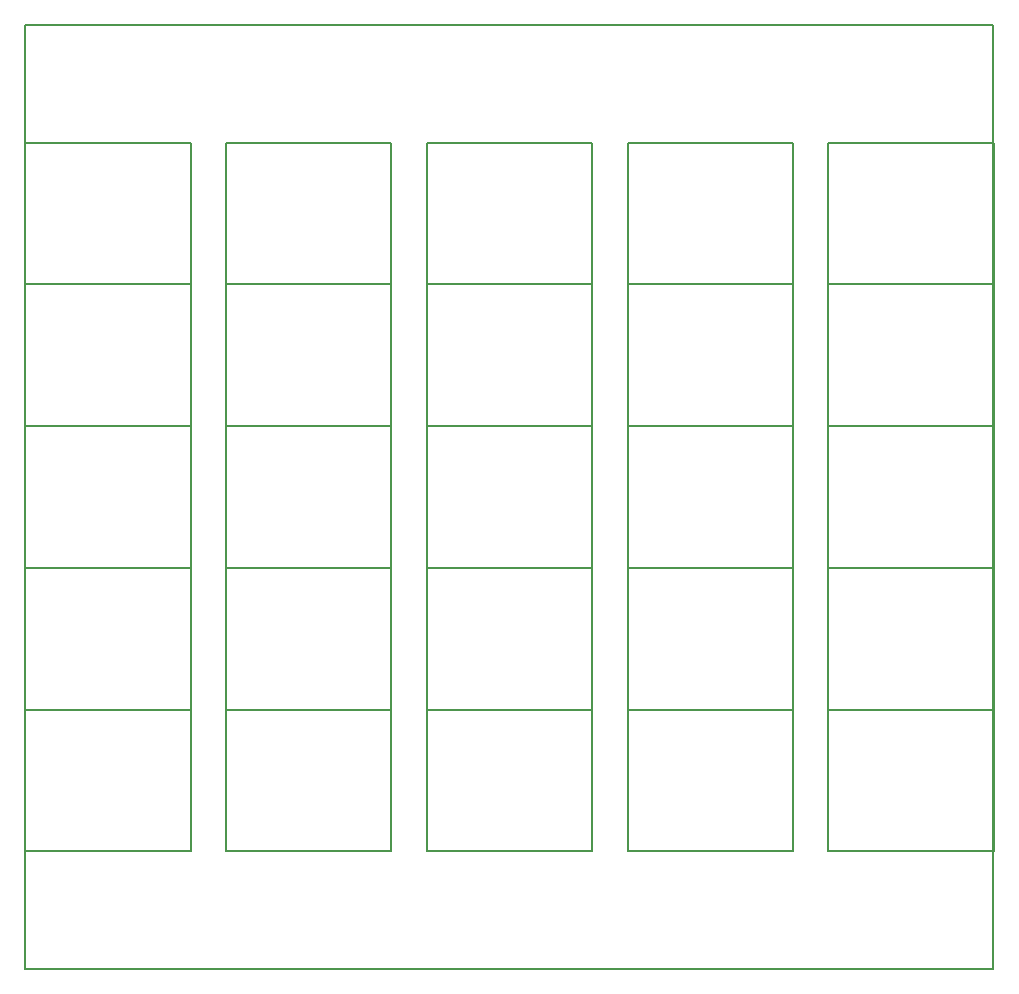
<source format=gko>
G04*
G04 #@! TF.GenerationSoftware,Altium Limited,Altium Designer,23.8.1 (32)*
G04*
G04 Layer_Color=16711935*
%FSLAX44Y44*%
%MOMM*%
G71*
G04*
G04 #@! TF.SameCoordinates,016EFE59-DA19-4AE6-B192-11953897C182*
G04*
G04*
G04 #@! TF.FilePolarity,Positive*
G04*
G01*
G75*
%ADD33C,0.1520*%
D33*
X819250Y-100000D02*
Y699750D01*
X0D02*
X819250D01*
X0Y-100000D02*
X819250D01*
X0D02*
Y699750D01*
Y0D02*
X140000D01*
X0D02*
Y120000D01*
X140000Y0D02*
Y120000D01*
X0D02*
X140000D01*
X170000Y0D02*
X310000D01*
X170000D02*
Y120000D01*
X310000Y0D02*
Y120000D01*
X170000D02*
X310000D01*
X340000Y0D02*
X480000D01*
X340000D02*
Y120000D01*
X480000Y0D02*
Y120000D01*
X340000D02*
X480000D01*
X510000Y0D02*
X650000D01*
X510000D02*
Y120000D01*
X650000Y0D02*
Y120000D01*
X510000D02*
X650000D01*
X680000Y0D02*
X820000D01*
X680000D02*
Y120000D01*
X820000Y0D02*
Y120000D01*
X680000D02*
X820000D01*
X0D02*
X140000D01*
X0D02*
Y240000D01*
X140000Y120000D02*
Y240000D01*
X0D02*
X140000D01*
X170000Y120000D02*
X310000D01*
X170000D02*
Y240000D01*
X310000Y120000D02*
Y240000D01*
X170000D02*
X310000D01*
X340000Y120000D02*
X480000D01*
X340000D02*
Y240000D01*
X480000Y120000D02*
Y240000D01*
X340000D02*
X480000D01*
X510000Y120000D02*
X650000D01*
X510000D02*
Y240000D01*
X650000Y120000D02*
Y240000D01*
X510000D02*
X650000D01*
X680000Y120000D02*
X820000D01*
X680000D02*
Y240000D01*
X820000Y120000D02*
Y240000D01*
X680000D02*
X820000D01*
X0D02*
X140000D01*
X0D02*
Y360000D01*
X140000Y240000D02*
Y360000D01*
X0D02*
X140000D01*
X170000Y240000D02*
X310000D01*
X170000D02*
Y360000D01*
X310000Y240000D02*
Y360000D01*
X170000D02*
X310000D01*
X340000Y240000D02*
X480000D01*
X340000D02*
Y360000D01*
X480000Y240000D02*
Y360000D01*
X340000D02*
X480000D01*
X510000Y240000D02*
X650000D01*
X510000D02*
Y360000D01*
X650000Y240000D02*
Y360000D01*
X510000D02*
X650000D01*
X680000Y240000D02*
X820000D01*
X680000D02*
Y360000D01*
X820000Y240000D02*
Y360000D01*
X680000D02*
X820000D01*
X0D02*
X140000D01*
X0D02*
Y480000D01*
X140000Y360000D02*
Y480000D01*
X0D02*
X140000D01*
X170000Y360000D02*
X310000D01*
X170000D02*
Y480000D01*
X310000Y360000D02*
Y480000D01*
X170000D02*
X310000D01*
X340000Y360000D02*
X480000D01*
X340000D02*
Y480000D01*
X480000Y360000D02*
Y480000D01*
X340000D02*
X480000D01*
X510000Y360000D02*
X650000D01*
X510000D02*
Y480000D01*
X650000Y360000D02*
Y480000D01*
X510000D02*
X650000D01*
X680000Y360000D02*
X820000D01*
X680000D02*
Y480000D01*
X820000Y360000D02*
Y480000D01*
X680000D02*
X820000D01*
X0D02*
X140000D01*
X0D02*
Y600000D01*
X140000Y480000D02*
Y600000D01*
X0D02*
X140000D01*
X170000Y480000D02*
X310000D01*
X170000D02*
Y600000D01*
X310000Y480000D02*
Y600000D01*
X170000D02*
X310000D01*
X340000Y480000D02*
X480000D01*
X340000D02*
Y600000D01*
X480000Y480000D02*
Y600000D01*
X340000D02*
X480000D01*
X510000Y480000D02*
X650000D01*
X510000D02*
Y600000D01*
X650000Y480000D02*
Y600000D01*
X510000D02*
X650000D01*
X680000Y480000D02*
X820000D01*
X680000D02*
Y600000D01*
X820000Y480000D02*
Y600000D01*
X680000D02*
X820000D01*
M02*

</source>
